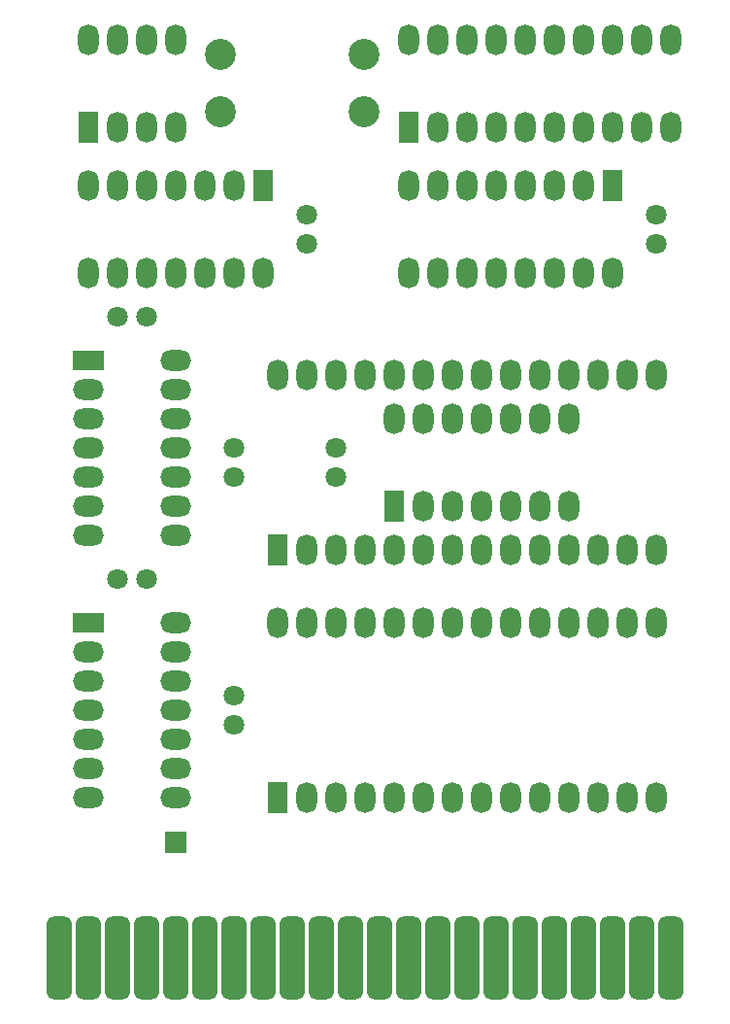
<source format=gts>
G04*
G04 #@! TF.GenerationSoftware,Altium Limited,Altium Designer,21.0.9 (235)*
G04*
G04 Layer_Color=8388736*
%FSLAX25Y25*%
%MOIN*%
G70*
G04*
G04 #@! TF.SameCoordinates,B9488A90-FA10-4CA6-9237-5EE1817F1098*
G04*
G04*
G04 #@! TF.FilePolarity,Negative*
G04*
G01*
G75*
G04:AMPARAMS|DCode=15|XSize=86.74mil|YSize=283.59mil|CornerRadius=23.68mil|HoleSize=0mil|Usage=FLASHONLY|Rotation=0.000|XOffset=0mil|YOffset=0mil|HoleType=Round|Shape=RoundedRectangle|*
%AMROUNDEDRECTD15*
21,1,0.08674,0.23622,0,0,0.0*
21,1,0.03937,0.28359,0,0,0.0*
1,1,0.04737,0.01968,-0.11811*
1,1,0.04737,-0.01968,-0.11811*
1,1,0.04737,-0.01968,0.11811*
1,1,0.04737,0.01968,0.11811*
%
%ADD15ROUNDEDRECTD15*%
%ADD16R,0.07099X0.10642*%
%ADD17O,0.07099X0.10642*%
%ADD18R,0.07493X0.07493*%
%ADD19R,0.07099X0.10642*%
%ADD20O,0.07099X0.10642*%
%ADD21C,0.10642*%
%ADD22C,0.07099*%
%ADD23R,0.10642X0.07099*%
%ADD24O,0.10642X0.07099*%
D15*
X9200Y16000D02*
D03*
X19200D02*
D03*
X29200D02*
D03*
X39200D02*
D03*
X49200D02*
D03*
X59200D02*
D03*
X69200D02*
D03*
X79200D02*
D03*
X89200D02*
D03*
X99200D02*
D03*
X109200D02*
D03*
X119200D02*
D03*
X129200D02*
D03*
X139200D02*
D03*
X149200D02*
D03*
X159200D02*
D03*
X169200D02*
D03*
X179200D02*
D03*
X189200D02*
D03*
X199200D02*
D03*
X209200D02*
D03*
X219200D02*
D03*
D16*
X84200Y156000D02*
D03*
Y71000D02*
D03*
X79200Y281000D02*
D03*
X199200D02*
D03*
X124200Y171000D02*
D03*
D17*
X94200Y156000D02*
D03*
X104200D02*
D03*
X114200D02*
D03*
X124200D02*
D03*
X134200D02*
D03*
X144200D02*
D03*
X154200D02*
D03*
X164200D02*
D03*
X174200D02*
D03*
X184200D02*
D03*
X194200D02*
D03*
X204200D02*
D03*
X214200D02*
D03*
X84200Y216000D02*
D03*
X94200D02*
D03*
X104200D02*
D03*
X114200D02*
D03*
X124200D02*
D03*
X134200D02*
D03*
X144200D02*
D03*
X154200D02*
D03*
X164200D02*
D03*
X174200D02*
D03*
X184200D02*
D03*
X194200D02*
D03*
X204200D02*
D03*
X214200D02*
D03*
X94200Y71000D02*
D03*
X104200D02*
D03*
X114200D02*
D03*
X124200D02*
D03*
X134200D02*
D03*
X144200D02*
D03*
X154200D02*
D03*
X164200D02*
D03*
X174200D02*
D03*
X184200D02*
D03*
X194200D02*
D03*
X204200D02*
D03*
X214200D02*
D03*
X84200Y131000D02*
D03*
X94200D02*
D03*
X104200D02*
D03*
X114200D02*
D03*
X124200D02*
D03*
X134200D02*
D03*
X144200D02*
D03*
X154200D02*
D03*
X164200D02*
D03*
X174200D02*
D03*
X184200D02*
D03*
X194200D02*
D03*
X204200D02*
D03*
X214200D02*
D03*
X69200Y281000D02*
D03*
X59200D02*
D03*
X49200D02*
D03*
X39200D02*
D03*
X29200D02*
D03*
X19200D02*
D03*
X79200Y251000D02*
D03*
X69200D02*
D03*
X59200D02*
D03*
X49200D02*
D03*
X39200D02*
D03*
X29200D02*
D03*
X19200D02*
D03*
X199200D02*
D03*
X189200D02*
D03*
Y281000D02*
D03*
X179200D02*
D03*
X169200D02*
D03*
X159200D02*
D03*
X149200D02*
D03*
X139200D02*
D03*
X179200Y251000D02*
D03*
X169200D02*
D03*
X159200D02*
D03*
X149200D02*
D03*
X139200D02*
D03*
X129200D02*
D03*
Y281000D02*
D03*
X134200Y171000D02*
D03*
X144200D02*
D03*
X154200D02*
D03*
X164200D02*
D03*
X174200D02*
D03*
X184200D02*
D03*
X124200Y201000D02*
D03*
X134200D02*
D03*
X144200D02*
D03*
X154200D02*
D03*
X164200D02*
D03*
X174200D02*
D03*
X184200D02*
D03*
D18*
X49200Y55500D02*
D03*
D19*
X19200Y301000D02*
D03*
X129200D02*
D03*
D20*
X29200D02*
D03*
X39200D02*
D03*
X49200D02*
D03*
Y331000D02*
D03*
X39200D02*
D03*
X29200D02*
D03*
X19200D02*
D03*
X129200D02*
D03*
X139200D02*
D03*
X149200D02*
D03*
X159200D02*
D03*
X169200D02*
D03*
X179200D02*
D03*
X189200D02*
D03*
X199200D02*
D03*
X209200D02*
D03*
X219200D02*
D03*
Y301000D02*
D03*
X209200D02*
D03*
X199200D02*
D03*
X189200D02*
D03*
X179200D02*
D03*
X169200D02*
D03*
X159200D02*
D03*
X149200D02*
D03*
X139200D02*
D03*
D21*
X64594Y325842D02*
D03*
X113806D02*
D03*
X64594Y306157D02*
D03*
X113806D02*
D03*
D22*
X214200Y271000D02*
D03*
Y261000D02*
D03*
X94200Y271000D02*
D03*
Y261000D02*
D03*
X29200Y236000D02*
D03*
X39200D02*
D03*
X29200Y146000D02*
D03*
X39200D02*
D03*
X69200Y96000D02*
D03*
Y106000D02*
D03*
Y181000D02*
D03*
Y191000D02*
D03*
X104200Y181000D02*
D03*
Y191000D02*
D03*
D23*
X19200Y221000D02*
D03*
Y131000D02*
D03*
D24*
Y211000D02*
D03*
Y201000D02*
D03*
Y191000D02*
D03*
Y181000D02*
D03*
Y171000D02*
D03*
Y161000D02*
D03*
X49200Y221000D02*
D03*
Y211000D02*
D03*
Y201000D02*
D03*
Y191000D02*
D03*
Y181000D02*
D03*
Y171000D02*
D03*
Y161000D02*
D03*
X19200Y121000D02*
D03*
Y111000D02*
D03*
Y101000D02*
D03*
Y91000D02*
D03*
Y81000D02*
D03*
Y71000D02*
D03*
X49200Y131000D02*
D03*
Y121000D02*
D03*
Y111000D02*
D03*
Y101000D02*
D03*
Y91000D02*
D03*
Y81000D02*
D03*
Y71000D02*
D03*
M02*

</source>
